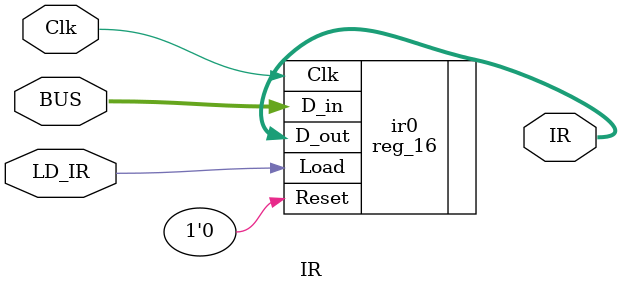
<source format=sv>
module IR(	input logic Clk, LD_IR,
				input logic [15:0] BUS,
				output logic [15:0] IR); 

reg_16 ir0(.Clk, .Reset(1'b0), .Load(LD_IR), .D_in(BUS), .D_out(IR));

endmodule

</source>
